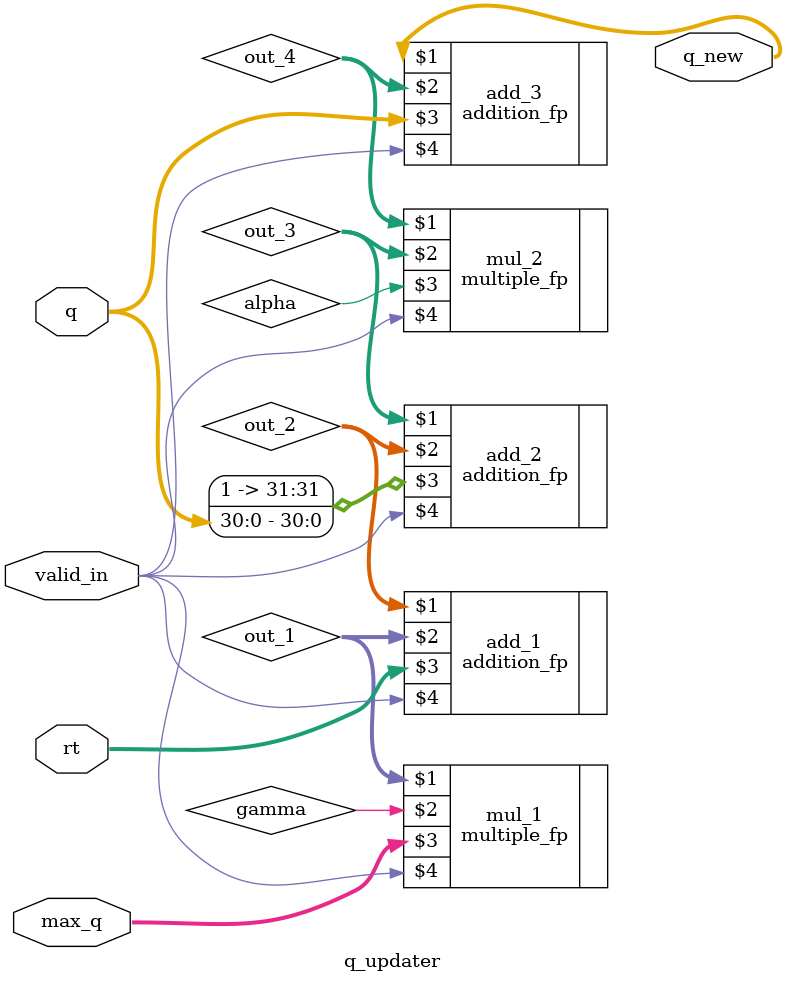
<source format=v>
module q_updater (q_new, q, max_q, rt, valid_in);
`include "params.sv"
input valid_in;
input [31:0] q, max_q;
input [31:0] rt;
output [31:0] q_new;

wire [31:0] out_1, out_2, out_3, out_4;

multiple_fp mul_1 (out_1, gamma, max_q, valid_in);
addition_fp add_1 (out_2, out_1, rt, valid_in);
addition_fp add_2 (out_3, out_2, {1'b1,q[30:0]}, valid_in);
multiple_fp mul_2 (out_4, out_3, alpha, valid_in);
addition_fp add_3 (q_new, out_4, q, valid_in);

endmodule




/*module q_updater (q_new, q, max_q, rt, valid_in, valid_out, clk, rst_n);
`include "params.sv"

input 							clk;
input 							rst_n;
input 							valid_in;
input 	[DATA_WIDTH-1:0] 	q, max_q;
input 	[DATA_WIDTH-1:0] 	rt;
output 	[DATA_WIDTH-1:0] 	q_new;
output 							valid_out;

wire 		[DATA_WIDTH-1:0] 	out_1, out_2, out_3, out_4;
reg 		[DATA_WIDTH-1:0]	Reg [0:2];
reg 								VReg;


always @(posedge clk or negedge rst_n) begin
	if (!rst_n) begin
		Reg [0] <= 32'd0;
		Reg [1] <= 32'd0;
	end
	else begin
		Reg[0] <= out_1;
		Reg[1] <= out_3;
		VReg   <= valid_out_2 && valid_out_1;
	end
end

multiple_fp mul_alpha_n (out_1, q, alpha_n, valid_in, valid_out_1);
multiple_fp mul_gama (out_2, gamma, max_q, valid_in, valid_out_2);


addition_fp add_rt (out_3, out_2, rt, valid_out_2);

multiple_fp mul_alpha (out_4, Reg[1], alpha, VReg, valid_out);
addition_fp add_q (q_new, Reg[0], out_4, valid_out);
	

endmodule 
*/
</source>
